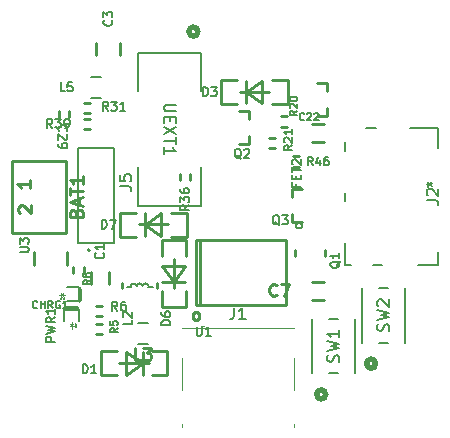
<source format=gbr>
G04 #@! TF.GenerationSoftware,KiCad,Pcbnew,7.0.7*
G04 #@! TF.CreationDate,2024-10-23T00:01:57-07:00*
G04 #@! TF.ProjectId,ESP_POE_1.4b,4553505f-504f-4455-9f31-2e34622e6b69,K*
G04 #@! TF.SameCoordinates,Original*
G04 #@! TF.FileFunction,Legend,Top*
G04 #@! TF.FilePolarity,Positive*
%FSLAX46Y46*%
G04 Gerber Fmt 4.6, Leading zero omitted, Abs format (unit mm)*
G04 Created by KiCad (PCBNEW 7.0.7) date 2024-10-23 00:01:57*
%MOMM*%
%LPD*%
G01*
G04 APERTURE LIST*
%ADD10C,0.190500*%
%ADD11C,0.158750*%
%ADD12C,0.254000*%
%ADD13C,0.177800*%
%ADD14C,0.200000*%
%ADD15C,0.150000*%
%ADD16C,0.127000*%
%ADD17C,0.050000*%
%ADD18C,0.100000*%
%ADD19C,0.152400*%
%ADD20C,0.508000*%
%ADD21C,0.120000*%
G04 APERTURE END LIST*
D10*
X75920600Y-135216609D02*
X75557743Y-135216609D01*
X75557743Y-135216609D02*
X75557743Y-134454609D01*
X76537457Y-134454609D02*
X76174600Y-134454609D01*
X76174600Y-134454609D02*
X76138314Y-134817466D01*
X76138314Y-134817466D02*
X76174600Y-134781181D01*
X76174600Y-134781181D02*
X76247172Y-134744895D01*
X76247172Y-134744895D02*
X76428600Y-134744895D01*
X76428600Y-134744895D02*
X76501172Y-134781181D01*
X76501172Y-134781181D02*
X76537457Y-134817466D01*
X76537457Y-134817466D02*
X76573743Y-134890038D01*
X76573743Y-134890038D02*
X76573743Y-135071466D01*
X76573743Y-135071466D02*
X76537457Y-135144038D01*
X76537457Y-135144038D02*
X76501172Y-135180324D01*
X76501172Y-135180324D02*
X76428600Y-135216609D01*
X76428600Y-135216609D02*
X76247172Y-135216609D01*
X76247172Y-135216609D02*
X76174600Y-135180324D01*
X76174600Y-135180324D02*
X76138314Y-135144038D01*
X74871943Y-138315409D02*
X74617943Y-137952552D01*
X74436514Y-138315409D02*
X74436514Y-137553409D01*
X74436514Y-137553409D02*
X74726800Y-137553409D01*
X74726800Y-137553409D02*
X74799371Y-137589695D01*
X74799371Y-137589695D02*
X74835657Y-137625981D01*
X74835657Y-137625981D02*
X74871943Y-137698552D01*
X74871943Y-137698552D02*
X74871943Y-137807409D01*
X74871943Y-137807409D02*
X74835657Y-137879981D01*
X74835657Y-137879981D02*
X74799371Y-137916266D01*
X74799371Y-137916266D02*
X74726800Y-137952552D01*
X74726800Y-137952552D02*
X74436514Y-137952552D01*
X75125943Y-137553409D02*
X75597657Y-137553409D01*
X75597657Y-137553409D02*
X75343657Y-137843695D01*
X75343657Y-137843695D02*
X75452514Y-137843695D01*
X75452514Y-137843695D02*
X75525086Y-137879981D01*
X75525086Y-137879981D02*
X75561371Y-137916266D01*
X75561371Y-137916266D02*
X75597657Y-137988838D01*
X75597657Y-137988838D02*
X75597657Y-138170266D01*
X75597657Y-138170266D02*
X75561371Y-138242838D01*
X75561371Y-138242838D02*
X75525086Y-138279124D01*
X75525086Y-138279124D02*
X75452514Y-138315409D01*
X75452514Y-138315409D02*
X75234800Y-138315409D01*
X75234800Y-138315409D02*
X75162228Y-138279124D01*
X75162228Y-138279124D02*
X75125943Y-138242838D01*
X75960514Y-138315409D02*
X76105657Y-138315409D01*
X76105657Y-138315409D02*
X76178228Y-138279124D01*
X76178228Y-138279124D02*
X76214514Y-138242838D01*
X76214514Y-138242838D02*
X76287085Y-138133981D01*
X76287085Y-138133981D02*
X76323371Y-137988838D01*
X76323371Y-137988838D02*
X76323371Y-137698552D01*
X76323371Y-137698552D02*
X76287085Y-137625981D01*
X76287085Y-137625981D02*
X76250800Y-137589695D01*
X76250800Y-137589695D02*
X76178228Y-137553409D01*
X76178228Y-137553409D02*
X76033085Y-137553409D01*
X76033085Y-137553409D02*
X75960514Y-137589695D01*
X75960514Y-137589695D02*
X75924228Y-137625981D01*
X75924228Y-137625981D02*
X75887942Y-137698552D01*
X75887942Y-137698552D02*
X75887942Y-137879981D01*
X75887942Y-137879981D02*
X75924228Y-137952552D01*
X75924228Y-137952552D02*
X75960514Y-137988838D01*
X75960514Y-137988838D02*
X76033085Y-138025124D01*
X76033085Y-138025124D02*
X76178228Y-138025124D01*
X76178228Y-138025124D02*
X76250800Y-137988838D01*
X76250800Y-137988838D02*
X76287085Y-137952552D01*
X76287085Y-137952552D02*
X76323371Y-137879981D01*
X79162438Y-148894799D02*
X79198724Y-148931085D01*
X79198724Y-148931085D02*
X79235009Y-149039942D01*
X79235009Y-149039942D02*
X79235009Y-149112514D01*
X79235009Y-149112514D02*
X79198724Y-149221371D01*
X79198724Y-149221371D02*
X79126152Y-149293942D01*
X79126152Y-149293942D02*
X79053581Y-149330228D01*
X79053581Y-149330228D02*
X78908438Y-149366514D01*
X78908438Y-149366514D02*
X78799581Y-149366514D01*
X78799581Y-149366514D02*
X78654438Y-149330228D01*
X78654438Y-149330228D02*
X78581866Y-149293942D01*
X78581866Y-149293942D02*
X78509295Y-149221371D01*
X78509295Y-149221371D02*
X78473009Y-149112514D01*
X78473009Y-149112514D02*
X78473009Y-149039942D01*
X78473009Y-149039942D02*
X78509295Y-148931085D01*
X78509295Y-148931085D02*
X78545581Y-148894799D01*
X79235009Y-148169085D02*
X79235009Y-148604514D01*
X79235009Y-148386799D02*
X78473009Y-148386799D01*
X78473009Y-148386799D02*
X78581866Y-148459371D01*
X78581866Y-148459371D02*
X78654438Y-148531942D01*
X78654438Y-148531942D02*
X78690724Y-148604514D01*
X72097609Y-148840371D02*
X72714466Y-148840371D01*
X72714466Y-148840371D02*
X72787038Y-148804085D01*
X72787038Y-148804085D02*
X72823324Y-148767800D01*
X72823324Y-148767800D02*
X72859609Y-148695228D01*
X72859609Y-148695228D02*
X72859609Y-148550085D01*
X72859609Y-148550085D02*
X72823324Y-148477514D01*
X72823324Y-148477514D02*
X72787038Y-148441228D01*
X72787038Y-148441228D02*
X72714466Y-148404942D01*
X72714466Y-148404942D02*
X72097609Y-148404942D01*
X72097609Y-148114656D02*
X72097609Y-147642942D01*
X72097609Y-147642942D02*
X72387895Y-147896942D01*
X72387895Y-147896942D02*
X72387895Y-147788085D01*
X72387895Y-147788085D02*
X72424181Y-147715514D01*
X72424181Y-147715514D02*
X72460466Y-147679228D01*
X72460466Y-147679228D02*
X72533038Y-147642942D01*
X72533038Y-147642942D02*
X72714466Y-147642942D01*
X72714466Y-147642942D02*
X72787038Y-147679228D01*
X72787038Y-147679228D02*
X72823324Y-147715514D01*
X72823324Y-147715514D02*
X72859609Y-147788085D01*
X72859609Y-147788085D02*
X72859609Y-148005799D01*
X72859609Y-148005799D02*
X72823324Y-148078371D01*
X72823324Y-148078371D02*
X72787038Y-148114656D01*
X80365600Y-153784009D02*
X80111600Y-153421152D01*
X79930171Y-153784009D02*
X79930171Y-153022009D01*
X79930171Y-153022009D02*
X80220457Y-153022009D01*
X80220457Y-153022009D02*
X80293028Y-153058295D01*
X80293028Y-153058295D02*
X80329314Y-153094581D01*
X80329314Y-153094581D02*
X80365600Y-153167152D01*
X80365600Y-153167152D02*
X80365600Y-153276009D01*
X80365600Y-153276009D02*
X80329314Y-153348581D01*
X80329314Y-153348581D02*
X80293028Y-153384866D01*
X80293028Y-153384866D02*
X80220457Y-153421152D01*
X80220457Y-153421152D02*
X79930171Y-153421152D01*
X81018743Y-153022009D02*
X80873600Y-153022009D01*
X80873600Y-153022009D02*
X80801028Y-153058295D01*
X80801028Y-153058295D02*
X80764743Y-153094581D01*
X80764743Y-153094581D02*
X80692171Y-153203438D01*
X80692171Y-153203438D02*
X80655885Y-153348581D01*
X80655885Y-153348581D02*
X80655885Y-153638866D01*
X80655885Y-153638866D02*
X80692171Y-153711438D01*
X80692171Y-153711438D02*
X80728457Y-153747724D01*
X80728457Y-153747724D02*
X80801028Y-153784009D01*
X80801028Y-153784009D02*
X80946171Y-153784009D01*
X80946171Y-153784009D02*
X81018743Y-153747724D01*
X81018743Y-153747724D02*
X81055028Y-153711438D01*
X81055028Y-153711438D02*
X81091314Y-153638866D01*
X81091314Y-153638866D02*
X81091314Y-153457438D01*
X81091314Y-153457438D02*
X81055028Y-153384866D01*
X81055028Y-153384866D02*
X81018743Y-153348581D01*
X81018743Y-153348581D02*
X80946171Y-153312295D01*
X80946171Y-153312295D02*
X80801028Y-153312295D01*
X80801028Y-153312295D02*
X80728457Y-153348581D01*
X80728457Y-153348581D02*
X80692171Y-153384866D01*
X80692171Y-153384866D02*
X80655885Y-153457438D01*
D11*
X73589847Y-153539431D02*
X73559609Y-153569670D01*
X73559609Y-153569670D02*
X73468895Y-153599908D01*
X73468895Y-153599908D02*
X73408419Y-153599908D01*
X73408419Y-153599908D02*
X73317704Y-153569670D01*
X73317704Y-153569670D02*
X73257228Y-153509193D01*
X73257228Y-153509193D02*
X73226990Y-153448717D01*
X73226990Y-153448717D02*
X73196752Y-153327765D01*
X73196752Y-153327765D02*
X73196752Y-153237050D01*
X73196752Y-153237050D02*
X73226990Y-153116098D01*
X73226990Y-153116098D02*
X73257228Y-153055622D01*
X73257228Y-153055622D02*
X73317704Y-152995146D01*
X73317704Y-152995146D02*
X73408419Y-152964908D01*
X73408419Y-152964908D02*
X73468895Y-152964908D01*
X73468895Y-152964908D02*
X73559609Y-152995146D01*
X73559609Y-152995146D02*
X73589847Y-153025384D01*
X73861990Y-153599908D02*
X73861990Y-152964908D01*
X73861990Y-153267289D02*
X74224847Y-153267289D01*
X74224847Y-153599908D02*
X74224847Y-152964908D01*
X74890085Y-153599908D02*
X74678418Y-153297527D01*
X74527228Y-153599908D02*
X74527228Y-152964908D01*
X74527228Y-152964908D02*
X74769133Y-152964908D01*
X74769133Y-152964908D02*
X74829609Y-152995146D01*
X74829609Y-152995146D02*
X74859847Y-153025384D01*
X74859847Y-153025384D02*
X74890085Y-153085860D01*
X74890085Y-153085860D02*
X74890085Y-153176574D01*
X74890085Y-153176574D02*
X74859847Y-153237050D01*
X74859847Y-153237050D02*
X74829609Y-153267289D01*
X74829609Y-153267289D02*
X74769133Y-153297527D01*
X74769133Y-153297527D02*
X74527228Y-153297527D01*
X75494847Y-152995146D02*
X75434371Y-152964908D01*
X75434371Y-152964908D02*
X75343657Y-152964908D01*
X75343657Y-152964908D02*
X75252942Y-152995146D01*
X75252942Y-152995146D02*
X75192466Y-153055622D01*
X75192466Y-153055622D02*
X75162228Y-153116098D01*
X75162228Y-153116098D02*
X75131990Y-153237050D01*
X75131990Y-153237050D02*
X75131990Y-153327765D01*
X75131990Y-153327765D02*
X75162228Y-153448717D01*
X75162228Y-153448717D02*
X75192466Y-153509193D01*
X75192466Y-153509193D02*
X75252942Y-153569670D01*
X75252942Y-153569670D02*
X75343657Y-153599908D01*
X75343657Y-153599908D02*
X75404133Y-153599908D01*
X75404133Y-153599908D02*
X75494847Y-153569670D01*
X75494847Y-153569670D02*
X75525085Y-153539431D01*
X75525085Y-153539431D02*
X75525085Y-153327765D01*
X75525085Y-153327765D02*
X75404133Y-153327765D01*
X76129847Y-153599908D02*
X75766990Y-153599908D01*
X75948418Y-153599908D02*
X75948418Y-152964908D01*
X75948418Y-152964908D02*
X75887942Y-153055622D01*
X75887942Y-153055622D02*
X75827466Y-153116098D01*
X75827466Y-153116098D02*
X75766990Y-153146336D01*
D10*
X75069409Y-156420456D02*
X74307409Y-156420456D01*
X74307409Y-156420456D02*
X74307409Y-156130170D01*
X74307409Y-156130170D02*
X74343695Y-156057599D01*
X74343695Y-156057599D02*
X74379981Y-156021313D01*
X74379981Y-156021313D02*
X74452552Y-155985027D01*
X74452552Y-155985027D02*
X74561409Y-155985027D01*
X74561409Y-155985027D02*
X74633981Y-156021313D01*
X74633981Y-156021313D02*
X74670266Y-156057599D01*
X74670266Y-156057599D02*
X74706552Y-156130170D01*
X74706552Y-156130170D02*
X74706552Y-156420456D01*
X74307409Y-155731027D02*
X75069409Y-155549599D01*
X75069409Y-155549599D02*
X74525124Y-155404456D01*
X74525124Y-155404456D02*
X75069409Y-155259313D01*
X75069409Y-155259313D02*
X74307409Y-155077885D01*
X75069409Y-154352170D02*
X74706552Y-154606170D01*
X75069409Y-154787599D02*
X74307409Y-154787599D01*
X74307409Y-154787599D02*
X74307409Y-154497313D01*
X74307409Y-154497313D02*
X74343695Y-154424742D01*
X74343695Y-154424742D02*
X74379981Y-154388456D01*
X74379981Y-154388456D02*
X74452552Y-154352170D01*
X74452552Y-154352170D02*
X74561409Y-154352170D01*
X74561409Y-154352170D02*
X74633981Y-154388456D01*
X74633981Y-154388456D02*
X74670266Y-154424742D01*
X74670266Y-154424742D02*
X74706552Y-154497313D01*
X74706552Y-154497313D02*
X74706552Y-154787599D01*
X75069409Y-153626456D02*
X75069409Y-154061885D01*
X75069409Y-153844170D02*
X74307409Y-153844170D01*
X74307409Y-153844170D02*
X74416266Y-153916742D01*
X74416266Y-153916742D02*
X74488838Y-153989313D01*
X74488838Y-153989313D02*
X74525124Y-154061885D01*
D11*
X80397108Y-155261733D02*
X80094727Y-155473400D01*
X80397108Y-155624590D02*
X79762108Y-155624590D01*
X79762108Y-155624590D02*
X79762108Y-155382685D01*
X79762108Y-155382685D02*
X79792346Y-155322209D01*
X79792346Y-155322209D02*
X79822584Y-155291971D01*
X79822584Y-155291971D02*
X79883060Y-155261733D01*
X79883060Y-155261733D02*
X79973774Y-155261733D01*
X79973774Y-155261733D02*
X80034250Y-155291971D01*
X80034250Y-155291971D02*
X80064489Y-155322209D01*
X80064489Y-155322209D02*
X80094727Y-155382685D01*
X80094727Y-155382685D02*
X80094727Y-155624590D01*
X79762108Y-154687209D02*
X79762108Y-154989590D01*
X79762108Y-154989590D02*
X80064489Y-155019828D01*
X80064489Y-155019828D02*
X80034250Y-154989590D01*
X80034250Y-154989590D02*
X80004012Y-154929114D01*
X80004012Y-154929114D02*
X80004012Y-154777923D01*
X80004012Y-154777923D02*
X80034250Y-154717447D01*
X80034250Y-154717447D02*
X80064489Y-154687209D01*
X80064489Y-154687209D02*
X80124965Y-154656971D01*
X80124965Y-154656971D02*
X80276155Y-154656971D01*
X80276155Y-154656971D02*
X80336631Y-154687209D01*
X80336631Y-154687209D02*
X80366870Y-154717447D01*
X80366870Y-154717447D02*
X80397108Y-154777923D01*
X80397108Y-154777923D02*
X80397108Y-154929114D01*
X80397108Y-154929114D02*
X80366870Y-154989590D01*
X80366870Y-154989590D02*
X80336631Y-155019828D01*
D10*
X81571809Y-154558999D02*
X81571809Y-154921856D01*
X81571809Y-154921856D02*
X80809809Y-154921856D01*
X80882381Y-154341285D02*
X80846095Y-154304999D01*
X80846095Y-154304999D02*
X80809809Y-154232428D01*
X80809809Y-154232428D02*
X80809809Y-154050999D01*
X80809809Y-154050999D02*
X80846095Y-153978428D01*
X80846095Y-153978428D02*
X80882381Y-153942142D01*
X80882381Y-153942142D02*
X80954952Y-153905856D01*
X80954952Y-153905856D02*
X81027524Y-153905856D01*
X81027524Y-153905856D02*
X81136381Y-153942142D01*
X81136381Y-153942142D02*
X81571809Y-154377570D01*
X81571809Y-154377570D02*
X81571809Y-153905856D01*
D11*
X96187985Y-137613631D02*
X96157747Y-137643870D01*
X96157747Y-137643870D02*
X96067033Y-137674108D01*
X96067033Y-137674108D02*
X96006557Y-137674108D01*
X96006557Y-137674108D02*
X95915842Y-137643870D01*
X95915842Y-137643870D02*
X95855366Y-137583393D01*
X95855366Y-137583393D02*
X95825128Y-137522917D01*
X95825128Y-137522917D02*
X95794890Y-137401965D01*
X95794890Y-137401965D02*
X95794890Y-137311250D01*
X95794890Y-137311250D02*
X95825128Y-137190298D01*
X95825128Y-137190298D02*
X95855366Y-137129822D01*
X95855366Y-137129822D02*
X95915842Y-137069346D01*
X95915842Y-137069346D02*
X96006557Y-137039108D01*
X96006557Y-137039108D02*
X96067033Y-137039108D01*
X96067033Y-137039108D02*
X96157747Y-137069346D01*
X96157747Y-137069346D02*
X96187985Y-137099584D01*
X96429890Y-137099584D02*
X96460128Y-137069346D01*
X96460128Y-137069346D02*
X96520604Y-137039108D01*
X96520604Y-137039108D02*
X96671795Y-137039108D01*
X96671795Y-137039108D02*
X96732271Y-137069346D01*
X96732271Y-137069346D02*
X96762509Y-137099584D01*
X96762509Y-137099584D02*
X96792747Y-137160060D01*
X96792747Y-137160060D02*
X96792747Y-137220536D01*
X96792747Y-137220536D02*
X96762509Y-137311250D01*
X96762509Y-137311250D02*
X96399652Y-137674108D01*
X96399652Y-137674108D02*
X96792747Y-137674108D01*
X97034652Y-137099584D02*
X97064890Y-137069346D01*
X97064890Y-137069346D02*
X97125366Y-137039108D01*
X97125366Y-137039108D02*
X97276557Y-137039108D01*
X97276557Y-137039108D02*
X97337033Y-137069346D01*
X97337033Y-137069346D02*
X97367271Y-137099584D01*
X97367271Y-137099584D02*
X97397509Y-137160060D01*
X97397509Y-137160060D02*
X97397509Y-137220536D01*
X97397509Y-137220536D02*
X97367271Y-137311250D01*
X97367271Y-137311250D02*
X97004414Y-137674108D01*
X97004414Y-137674108D02*
X97397509Y-137674108D01*
D12*
X82329867Y-157987612D02*
X81846057Y-157987612D01*
X81846057Y-157987612D02*
X81846057Y-156971612D01*
X82571771Y-156971612D02*
X83200724Y-156971612D01*
X83200724Y-156971612D02*
X82862057Y-157358660D01*
X82862057Y-157358660D02*
X83007200Y-157358660D01*
X83007200Y-157358660D02*
X83103962Y-157407041D01*
X83103962Y-157407041D02*
X83152343Y-157455422D01*
X83152343Y-157455422D02*
X83200724Y-157552184D01*
X83200724Y-157552184D02*
X83200724Y-157794089D01*
X83200724Y-157794089D02*
X83152343Y-157890851D01*
X83152343Y-157890851D02*
X83103962Y-157939232D01*
X83103962Y-157939232D02*
X83007200Y-157987612D01*
X83007200Y-157987612D02*
X82716914Y-157987612D01*
X82716914Y-157987612D02*
X82620152Y-157939232D01*
X82620152Y-157939232D02*
X82571771Y-157890851D01*
X93861467Y-152455251D02*
X93813086Y-152503632D01*
X93813086Y-152503632D02*
X93667943Y-152552012D01*
X93667943Y-152552012D02*
X93571181Y-152552012D01*
X93571181Y-152552012D02*
X93426038Y-152503632D01*
X93426038Y-152503632D02*
X93329276Y-152406870D01*
X93329276Y-152406870D02*
X93280895Y-152310108D01*
X93280895Y-152310108D02*
X93232514Y-152116584D01*
X93232514Y-152116584D02*
X93232514Y-151971441D01*
X93232514Y-151971441D02*
X93280895Y-151777917D01*
X93280895Y-151777917D02*
X93329276Y-151681155D01*
X93329276Y-151681155D02*
X93426038Y-151584393D01*
X93426038Y-151584393D02*
X93571181Y-151536012D01*
X93571181Y-151536012D02*
X93667943Y-151536012D01*
X93667943Y-151536012D02*
X93813086Y-151584393D01*
X93813086Y-151584393D02*
X93861467Y-151632774D01*
X94200133Y-151536012D02*
X94877467Y-151536012D01*
X94877467Y-151536012D02*
X94442038Y-152552012D01*
D10*
X95513506Y-143037559D02*
X95513506Y-143291559D01*
X95912649Y-143291559D02*
X95150649Y-143291559D01*
X95150649Y-143291559D02*
X95150649Y-142928702D01*
X95513506Y-142638416D02*
X95513506Y-142384416D01*
X95912649Y-142275559D02*
X95912649Y-142638416D01*
X95912649Y-142638416D02*
X95150649Y-142638416D01*
X95150649Y-142638416D02*
X95150649Y-142275559D01*
X95150649Y-142057844D02*
X95150649Y-141622416D01*
X95912649Y-141840130D02*
X95150649Y-141840130D01*
X95223221Y-141404702D02*
X95186935Y-141368416D01*
X95186935Y-141368416D02*
X95150649Y-141295845D01*
X95150649Y-141295845D02*
X95150649Y-141114416D01*
X95150649Y-141114416D02*
X95186935Y-141041845D01*
X95186935Y-141041845D02*
X95223221Y-141005559D01*
X95223221Y-141005559D02*
X95295792Y-140969273D01*
X95295792Y-140969273D02*
X95368364Y-140969273D01*
X95368364Y-140969273D02*
X95477221Y-141005559D01*
X95477221Y-141005559D02*
X95912649Y-141440987D01*
X95912649Y-141440987D02*
X95912649Y-140969273D01*
D11*
X95586308Y-136882414D02*
X95283927Y-137094081D01*
X95586308Y-137245271D02*
X94951308Y-137245271D01*
X94951308Y-137245271D02*
X94951308Y-137003366D01*
X94951308Y-137003366D02*
X94981546Y-136942890D01*
X94981546Y-136942890D02*
X95011784Y-136912652D01*
X95011784Y-136912652D02*
X95072260Y-136882414D01*
X95072260Y-136882414D02*
X95162974Y-136882414D01*
X95162974Y-136882414D02*
X95223450Y-136912652D01*
X95223450Y-136912652D02*
X95253689Y-136942890D01*
X95253689Y-136942890D02*
X95283927Y-137003366D01*
X95283927Y-137003366D02*
X95283927Y-137245271D01*
X95011784Y-136640509D02*
X94981546Y-136610271D01*
X94981546Y-136610271D02*
X94951308Y-136549795D01*
X94951308Y-136549795D02*
X94951308Y-136398604D01*
X94951308Y-136398604D02*
X94981546Y-136338128D01*
X94981546Y-136338128D02*
X95011784Y-136307890D01*
X95011784Y-136307890D02*
X95072260Y-136277652D01*
X95072260Y-136277652D02*
X95132736Y-136277652D01*
X95132736Y-136277652D02*
X95223450Y-136307890D01*
X95223450Y-136307890D02*
X95586308Y-136670747D01*
X95586308Y-136670747D02*
X95586308Y-136277652D01*
X94951308Y-135884557D02*
X94951308Y-135824080D01*
X94951308Y-135824080D02*
X94981546Y-135763604D01*
X94981546Y-135763604D02*
X95011784Y-135733366D01*
X95011784Y-135733366D02*
X95072260Y-135703128D01*
X95072260Y-135703128D02*
X95193212Y-135672890D01*
X95193212Y-135672890D02*
X95344403Y-135672890D01*
X95344403Y-135672890D02*
X95465355Y-135703128D01*
X95465355Y-135703128D02*
X95525831Y-135733366D01*
X95525831Y-135733366D02*
X95556070Y-135763604D01*
X95556070Y-135763604D02*
X95586308Y-135824080D01*
X95586308Y-135824080D02*
X95586308Y-135884557D01*
X95586308Y-135884557D02*
X95556070Y-135945033D01*
X95556070Y-135945033D02*
X95525831Y-135975271D01*
X95525831Y-135975271D02*
X95465355Y-136005509D01*
X95465355Y-136005509D02*
X95344403Y-136035747D01*
X95344403Y-136035747D02*
X95193212Y-136035747D01*
X95193212Y-136035747D02*
X95072260Y-136005509D01*
X95072260Y-136005509D02*
X95011784Y-135975271D01*
X95011784Y-135975271D02*
X94981546Y-135945033D01*
X94981546Y-135945033D02*
X94951308Y-135884557D01*
D13*
X95188768Y-139801599D02*
X94850102Y-140038666D01*
X95188768Y-140207999D02*
X94477568Y-140207999D01*
X94477568Y-140207999D02*
X94477568Y-139937066D01*
X94477568Y-139937066D02*
X94511435Y-139869333D01*
X94511435Y-139869333D02*
X94545302Y-139835466D01*
X94545302Y-139835466D02*
X94613035Y-139801599D01*
X94613035Y-139801599D02*
X94714635Y-139801599D01*
X94714635Y-139801599D02*
X94782368Y-139835466D01*
X94782368Y-139835466D02*
X94816235Y-139869333D01*
X94816235Y-139869333D02*
X94850102Y-139937066D01*
X94850102Y-139937066D02*
X94850102Y-140207999D01*
X94545302Y-139530666D02*
X94511435Y-139496799D01*
X94511435Y-139496799D02*
X94477568Y-139429066D01*
X94477568Y-139429066D02*
X94477568Y-139259733D01*
X94477568Y-139259733D02*
X94511435Y-139191999D01*
X94511435Y-139191999D02*
X94545302Y-139158133D01*
X94545302Y-139158133D02*
X94613035Y-139124266D01*
X94613035Y-139124266D02*
X94680768Y-139124266D01*
X94680768Y-139124266D02*
X94782368Y-139158133D01*
X94782368Y-139158133D02*
X95188768Y-139564533D01*
X95188768Y-139564533D02*
X95188768Y-139124266D01*
X95188768Y-138446933D02*
X95188768Y-138853333D01*
X95188768Y-138650133D02*
X94477568Y-138650133D01*
X94477568Y-138650133D02*
X94579168Y-138717866D01*
X94579168Y-138717866D02*
X94646902Y-138785600D01*
X94646902Y-138785600D02*
X94680768Y-138853333D01*
D10*
X94085228Y-146566781D02*
X94012657Y-146530495D01*
X94012657Y-146530495D02*
X93940085Y-146457924D01*
X93940085Y-146457924D02*
X93831228Y-146349066D01*
X93831228Y-146349066D02*
X93758657Y-146312781D01*
X93758657Y-146312781D02*
X93686085Y-146312781D01*
X93722371Y-146494209D02*
X93649800Y-146457924D01*
X93649800Y-146457924D02*
X93577228Y-146385352D01*
X93577228Y-146385352D02*
X93540942Y-146240209D01*
X93540942Y-146240209D02*
X93540942Y-145986209D01*
X93540942Y-145986209D02*
X93577228Y-145841066D01*
X93577228Y-145841066D02*
X93649800Y-145768495D01*
X93649800Y-145768495D02*
X93722371Y-145732209D01*
X93722371Y-145732209D02*
X93867514Y-145732209D01*
X93867514Y-145732209D02*
X93940085Y-145768495D01*
X93940085Y-145768495D02*
X94012657Y-145841066D01*
X94012657Y-145841066D02*
X94048942Y-145986209D01*
X94048942Y-145986209D02*
X94048942Y-146240209D01*
X94048942Y-146240209D02*
X94012657Y-146385352D01*
X94012657Y-146385352D02*
X93940085Y-146457924D01*
X93940085Y-146457924D02*
X93867514Y-146494209D01*
X93867514Y-146494209D02*
X93722371Y-146494209D01*
X94302943Y-145732209D02*
X94774657Y-145732209D01*
X94774657Y-145732209D02*
X94520657Y-146022495D01*
X94520657Y-146022495D02*
X94629514Y-146022495D01*
X94629514Y-146022495D02*
X94702086Y-146058781D01*
X94702086Y-146058781D02*
X94738371Y-146095066D01*
X94738371Y-146095066D02*
X94774657Y-146167638D01*
X94774657Y-146167638D02*
X94774657Y-146349066D01*
X94774657Y-146349066D02*
X94738371Y-146421638D01*
X94738371Y-146421638D02*
X94702086Y-146457924D01*
X94702086Y-146457924D02*
X94629514Y-146494209D01*
X94629514Y-146494209D02*
X94411800Y-146494209D01*
X94411800Y-146494209D02*
X94339228Y-146457924D01*
X94339228Y-146457924D02*
X94302943Y-146421638D01*
X90844188Y-140917821D02*
X90771617Y-140881535D01*
X90771617Y-140881535D02*
X90699045Y-140808964D01*
X90699045Y-140808964D02*
X90590188Y-140700106D01*
X90590188Y-140700106D02*
X90517617Y-140663821D01*
X90517617Y-140663821D02*
X90445045Y-140663821D01*
X90481331Y-140845249D02*
X90408760Y-140808964D01*
X90408760Y-140808964D02*
X90336188Y-140736392D01*
X90336188Y-140736392D02*
X90299902Y-140591249D01*
X90299902Y-140591249D02*
X90299902Y-140337249D01*
X90299902Y-140337249D02*
X90336188Y-140192106D01*
X90336188Y-140192106D02*
X90408760Y-140119535D01*
X90408760Y-140119535D02*
X90481331Y-140083249D01*
X90481331Y-140083249D02*
X90626474Y-140083249D01*
X90626474Y-140083249D02*
X90699045Y-140119535D01*
X90699045Y-140119535D02*
X90771617Y-140192106D01*
X90771617Y-140192106D02*
X90807902Y-140337249D01*
X90807902Y-140337249D02*
X90807902Y-140591249D01*
X90807902Y-140591249D02*
X90771617Y-140736392D01*
X90771617Y-140736392D02*
X90699045Y-140808964D01*
X90699045Y-140808964D02*
X90626474Y-140845249D01*
X90626474Y-140845249D02*
X90481331Y-140845249D01*
X91098188Y-140155821D02*
X91134474Y-140119535D01*
X91134474Y-140119535D02*
X91207046Y-140083249D01*
X91207046Y-140083249D02*
X91388474Y-140083249D01*
X91388474Y-140083249D02*
X91461046Y-140119535D01*
X91461046Y-140119535D02*
X91497331Y-140155821D01*
X91497331Y-140155821D02*
X91533617Y-140228392D01*
X91533617Y-140228392D02*
X91533617Y-140300964D01*
X91533617Y-140300964D02*
X91497331Y-140409821D01*
X91497331Y-140409821D02*
X91061903Y-140845249D01*
X91061903Y-140845249D02*
X91533617Y-140845249D01*
X79570943Y-136867609D02*
X79316943Y-136504752D01*
X79135514Y-136867609D02*
X79135514Y-136105609D01*
X79135514Y-136105609D02*
X79425800Y-136105609D01*
X79425800Y-136105609D02*
X79498371Y-136141895D01*
X79498371Y-136141895D02*
X79534657Y-136178181D01*
X79534657Y-136178181D02*
X79570943Y-136250752D01*
X79570943Y-136250752D02*
X79570943Y-136359609D01*
X79570943Y-136359609D02*
X79534657Y-136432181D01*
X79534657Y-136432181D02*
X79498371Y-136468466D01*
X79498371Y-136468466D02*
X79425800Y-136504752D01*
X79425800Y-136504752D02*
X79135514Y-136504752D01*
X79824943Y-136105609D02*
X80296657Y-136105609D01*
X80296657Y-136105609D02*
X80042657Y-136395895D01*
X80042657Y-136395895D02*
X80151514Y-136395895D01*
X80151514Y-136395895D02*
X80224086Y-136432181D01*
X80224086Y-136432181D02*
X80260371Y-136468466D01*
X80260371Y-136468466D02*
X80296657Y-136541038D01*
X80296657Y-136541038D02*
X80296657Y-136722466D01*
X80296657Y-136722466D02*
X80260371Y-136795038D01*
X80260371Y-136795038D02*
X80224086Y-136831324D01*
X80224086Y-136831324D02*
X80151514Y-136867609D01*
X80151514Y-136867609D02*
X79933800Y-136867609D01*
X79933800Y-136867609D02*
X79861228Y-136831324D01*
X79861228Y-136831324D02*
X79824943Y-136795038D01*
X81022371Y-136867609D02*
X80586942Y-136867609D01*
X80804657Y-136867609D02*
X80804657Y-136105609D01*
X80804657Y-136105609D02*
X80732085Y-136214466D01*
X80732085Y-136214466D02*
X80659514Y-136287038D01*
X80659514Y-136287038D02*
X80586942Y-136323324D01*
X86448609Y-144863456D02*
X86085752Y-145117456D01*
X86448609Y-145298885D02*
X85686609Y-145298885D01*
X85686609Y-145298885D02*
X85686609Y-145008599D01*
X85686609Y-145008599D02*
X85722895Y-144936028D01*
X85722895Y-144936028D02*
X85759181Y-144899742D01*
X85759181Y-144899742D02*
X85831752Y-144863456D01*
X85831752Y-144863456D02*
X85940609Y-144863456D01*
X85940609Y-144863456D02*
X86013181Y-144899742D01*
X86013181Y-144899742D02*
X86049466Y-144936028D01*
X86049466Y-144936028D02*
X86085752Y-145008599D01*
X86085752Y-145008599D02*
X86085752Y-145298885D01*
X85686609Y-144609456D02*
X85686609Y-144137742D01*
X85686609Y-144137742D02*
X85976895Y-144391742D01*
X85976895Y-144391742D02*
X85976895Y-144282885D01*
X85976895Y-144282885D02*
X86013181Y-144210314D01*
X86013181Y-144210314D02*
X86049466Y-144174028D01*
X86049466Y-144174028D02*
X86122038Y-144137742D01*
X86122038Y-144137742D02*
X86303466Y-144137742D01*
X86303466Y-144137742D02*
X86376038Y-144174028D01*
X86376038Y-144174028D02*
X86412324Y-144210314D01*
X86412324Y-144210314D02*
X86448609Y-144282885D01*
X86448609Y-144282885D02*
X86448609Y-144500599D01*
X86448609Y-144500599D02*
X86412324Y-144573171D01*
X86412324Y-144573171D02*
X86376038Y-144609456D01*
X85686609Y-143484600D02*
X85686609Y-143629742D01*
X85686609Y-143629742D02*
X85722895Y-143702314D01*
X85722895Y-143702314D02*
X85759181Y-143738600D01*
X85759181Y-143738600D02*
X85868038Y-143811171D01*
X85868038Y-143811171D02*
X86013181Y-143847457D01*
X86013181Y-143847457D02*
X86303466Y-143847457D01*
X86303466Y-143847457D02*
X86376038Y-143811171D01*
X86376038Y-143811171D02*
X86412324Y-143774885D01*
X86412324Y-143774885D02*
X86448609Y-143702314D01*
X86448609Y-143702314D02*
X86448609Y-143557171D01*
X86448609Y-143557171D02*
X86412324Y-143484600D01*
X86412324Y-143484600D02*
X86376038Y-143448314D01*
X86376038Y-143448314D02*
X86303466Y-143412028D01*
X86303466Y-143412028D02*
X86122038Y-143412028D01*
X86122038Y-143412028D02*
X86049466Y-143448314D01*
X86049466Y-143448314D02*
X86013181Y-143484600D01*
X86013181Y-143484600D02*
X85976895Y-143557171D01*
X85976895Y-143557171D02*
X85976895Y-143702314D01*
X85976895Y-143702314D02*
X86013181Y-143774885D01*
X86013181Y-143774885D02*
X86049466Y-143811171D01*
X86049466Y-143811171D02*
X86122038Y-143847457D01*
D13*
X96901000Y-141492968D02*
X96663933Y-141154302D01*
X96494600Y-141492968D02*
X96494600Y-140781768D01*
X96494600Y-140781768D02*
X96765533Y-140781768D01*
X96765533Y-140781768D02*
X96833267Y-140815635D01*
X96833267Y-140815635D02*
X96867133Y-140849502D01*
X96867133Y-140849502D02*
X96901000Y-140917235D01*
X96901000Y-140917235D02*
X96901000Y-141018835D01*
X96901000Y-141018835D02*
X96867133Y-141086568D01*
X96867133Y-141086568D02*
X96833267Y-141120435D01*
X96833267Y-141120435D02*
X96765533Y-141154302D01*
X96765533Y-141154302D02*
X96494600Y-141154302D01*
X97510600Y-141018835D02*
X97510600Y-141492968D01*
X97341267Y-140747902D02*
X97171933Y-141255902D01*
X97171933Y-141255902D02*
X97612200Y-141255902D01*
X98187933Y-140781768D02*
X98052466Y-140781768D01*
X98052466Y-140781768D02*
X97984733Y-140815635D01*
X97984733Y-140815635D02*
X97950866Y-140849502D01*
X97950866Y-140849502D02*
X97883133Y-140951102D01*
X97883133Y-140951102D02*
X97849266Y-141086568D01*
X97849266Y-141086568D02*
X97849266Y-141357502D01*
X97849266Y-141357502D02*
X97883133Y-141425235D01*
X97883133Y-141425235D02*
X97917000Y-141459102D01*
X97917000Y-141459102D02*
X97984733Y-141492968D01*
X97984733Y-141492968D02*
X98120200Y-141492968D01*
X98120200Y-141492968D02*
X98187933Y-141459102D01*
X98187933Y-141459102D02*
X98221800Y-141425235D01*
X98221800Y-141425235D02*
X98255666Y-141357502D01*
X98255666Y-141357502D02*
X98255666Y-141188168D01*
X98255666Y-141188168D02*
X98221800Y-141120435D01*
X98221800Y-141120435D02*
X98187933Y-141086568D01*
X98187933Y-141086568D02*
X98120200Y-141052702D01*
X98120200Y-141052702D02*
X97984733Y-141052702D01*
X97984733Y-141052702D02*
X97917000Y-141086568D01*
X97917000Y-141086568D02*
X97883133Y-141120435D01*
X97883133Y-141120435D02*
X97849266Y-141188168D01*
D10*
X87074828Y-155168309D02*
X87074828Y-155785166D01*
X87074828Y-155785166D02*
X87111114Y-155857738D01*
X87111114Y-155857738D02*
X87147400Y-155894024D01*
X87147400Y-155894024D02*
X87219971Y-155930309D01*
X87219971Y-155930309D02*
X87365114Y-155930309D01*
X87365114Y-155930309D02*
X87437685Y-155894024D01*
X87437685Y-155894024D02*
X87473971Y-155857738D01*
X87473971Y-155857738D02*
X87510257Y-155785166D01*
X87510257Y-155785166D02*
X87510257Y-155168309D01*
X88272257Y-155930309D02*
X87836828Y-155930309D01*
X88054543Y-155930309D02*
X88054543Y-155168309D01*
X88054543Y-155168309D02*
X87981971Y-155277166D01*
X87981971Y-155277166D02*
X87909400Y-155349738D01*
X87909400Y-155349738D02*
X87836828Y-155386024D01*
D12*
X86947828Y-154584012D02*
X86851066Y-154535632D01*
X86851066Y-154535632D02*
X86802685Y-154487251D01*
X86802685Y-154487251D02*
X86754304Y-154390489D01*
X86754304Y-154390489D02*
X86754304Y-154100203D01*
X86754304Y-154100203D02*
X86802685Y-154003441D01*
X86802685Y-154003441D02*
X86851066Y-153955060D01*
X86851066Y-153955060D02*
X86947828Y-153906679D01*
X86947828Y-153906679D02*
X87092971Y-153906679D01*
X87092971Y-153906679D02*
X87189733Y-153955060D01*
X87189733Y-153955060D02*
X87238114Y-154003441D01*
X87238114Y-154003441D02*
X87286495Y-154100203D01*
X87286495Y-154100203D02*
X87286495Y-154390489D01*
X87286495Y-154390489D02*
X87238114Y-154487251D01*
X87238114Y-154487251D02*
X87189733Y-154535632D01*
X87189733Y-154535632D02*
X87092971Y-154584012D01*
X87092971Y-154584012D02*
X86947828Y-154584012D01*
D10*
X99233781Y-149597371D02*
X99197495Y-149669942D01*
X99197495Y-149669942D02*
X99124924Y-149742514D01*
X99124924Y-149742514D02*
X99016066Y-149851371D01*
X99016066Y-149851371D02*
X98979781Y-149923942D01*
X98979781Y-149923942D02*
X98979781Y-149996514D01*
X99161209Y-149960228D02*
X99124924Y-150032800D01*
X99124924Y-150032800D02*
X99052352Y-150105371D01*
X99052352Y-150105371D02*
X98907209Y-150141657D01*
X98907209Y-150141657D02*
X98653209Y-150141657D01*
X98653209Y-150141657D02*
X98508066Y-150105371D01*
X98508066Y-150105371D02*
X98435495Y-150032800D01*
X98435495Y-150032800D02*
X98399209Y-149960228D01*
X98399209Y-149960228D02*
X98399209Y-149815085D01*
X98399209Y-149815085D02*
X98435495Y-149742514D01*
X98435495Y-149742514D02*
X98508066Y-149669942D01*
X98508066Y-149669942D02*
X98653209Y-149633657D01*
X98653209Y-149633657D02*
X98907209Y-149633657D01*
X98907209Y-149633657D02*
X99052352Y-149669942D01*
X99052352Y-149669942D02*
X99124924Y-149742514D01*
X99124924Y-149742514D02*
X99161209Y-149815085D01*
X99161209Y-149815085D02*
X99161209Y-149960228D01*
X99161209Y-148907942D02*
X99161209Y-149343371D01*
X99161209Y-149125656D02*
X98399209Y-149125656D01*
X98399209Y-149125656D02*
X98508066Y-149198228D01*
X98508066Y-149198228D02*
X98580638Y-149270799D01*
X98580638Y-149270799D02*
X98616924Y-149343371D01*
D14*
X96003295Y-146660943D02*
X95965200Y-146737133D01*
X95965200Y-146737133D02*
X95927104Y-146775228D01*
X95927104Y-146775228D02*
X95850914Y-146813324D01*
X95850914Y-146813324D02*
X95622342Y-146813324D01*
X95622342Y-146813324D02*
X95546152Y-146775228D01*
X95546152Y-146775228D02*
X95508057Y-146737133D01*
X95508057Y-146737133D02*
X95469961Y-146660943D01*
X95469961Y-146660943D02*
X95469961Y-146546657D01*
X95469961Y-146546657D02*
X95508057Y-146470466D01*
X95508057Y-146470466D02*
X95546152Y-146432371D01*
X95546152Y-146432371D02*
X95622342Y-146394276D01*
X95622342Y-146394276D02*
X95850914Y-146394276D01*
X95850914Y-146394276D02*
X95927104Y-146432371D01*
X95927104Y-146432371D02*
X95965200Y-146470466D01*
X95965200Y-146470466D02*
X96003295Y-146546657D01*
X96003295Y-146546657D02*
X96003295Y-146660943D01*
D10*
X84848409Y-155014828D02*
X84086409Y-155014828D01*
X84086409Y-155014828D02*
X84086409Y-154833399D01*
X84086409Y-154833399D02*
X84122695Y-154724542D01*
X84122695Y-154724542D02*
X84195266Y-154651971D01*
X84195266Y-154651971D02*
X84267838Y-154615685D01*
X84267838Y-154615685D02*
X84412981Y-154579399D01*
X84412981Y-154579399D02*
X84521838Y-154579399D01*
X84521838Y-154579399D02*
X84666981Y-154615685D01*
X84666981Y-154615685D02*
X84739552Y-154651971D01*
X84739552Y-154651971D02*
X84812124Y-154724542D01*
X84812124Y-154724542D02*
X84848409Y-154833399D01*
X84848409Y-154833399D02*
X84848409Y-155014828D01*
X84086409Y-153926257D02*
X84086409Y-154071399D01*
X84086409Y-154071399D02*
X84122695Y-154143971D01*
X84122695Y-154143971D02*
X84158981Y-154180257D01*
X84158981Y-154180257D02*
X84267838Y-154252828D01*
X84267838Y-154252828D02*
X84412981Y-154289114D01*
X84412981Y-154289114D02*
X84703266Y-154289114D01*
X84703266Y-154289114D02*
X84775838Y-154252828D01*
X84775838Y-154252828D02*
X84812124Y-154216542D01*
X84812124Y-154216542D02*
X84848409Y-154143971D01*
X84848409Y-154143971D02*
X84848409Y-153998828D01*
X84848409Y-153998828D02*
X84812124Y-153926257D01*
X84812124Y-153926257D02*
X84775838Y-153889971D01*
X84775838Y-153889971D02*
X84703266Y-153853685D01*
X84703266Y-153853685D02*
X84521838Y-153853685D01*
X84521838Y-153853685D02*
X84449266Y-153889971D01*
X84449266Y-153889971D02*
X84412981Y-153926257D01*
X84412981Y-153926257D02*
X84376695Y-153998828D01*
X84376695Y-153998828D02*
X84376695Y-154143971D01*
X84376695Y-154143971D02*
X84412981Y-154216542D01*
X84412981Y-154216542D02*
X84449266Y-154252828D01*
X84449266Y-154252828D02*
X84521838Y-154289114D01*
X79041171Y-146849809D02*
X79041171Y-146087809D01*
X79041171Y-146087809D02*
X79222600Y-146087809D01*
X79222600Y-146087809D02*
X79331457Y-146124095D01*
X79331457Y-146124095D02*
X79404028Y-146196666D01*
X79404028Y-146196666D02*
X79440314Y-146269238D01*
X79440314Y-146269238D02*
X79476600Y-146414381D01*
X79476600Y-146414381D02*
X79476600Y-146523238D01*
X79476600Y-146523238D02*
X79440314Y-146668381D01*
X79440314Y-146668381D02*
X79404028Y-146740952D01*
X79404028Y-146740952D02*
X79331457Y-146813524D01*
X79331457Y-146813524D02*
X79222600Y-146849809D01*
X79222600Y-146849809D02*
X79041171Y-146849809D01*
X79730600Y-146087809D02*
X80238600Y-146087809D01*
X80238600Y-146087809D02*
X79912028Y-146849809D01*
X87605971Y-135623009D02*
X87605971Y-134861009D01*
X87605971Y-134861009D02*
X87787400Y-134861009D01*
X87787400Y-134861009D02*
X87896257Y-134897295D01*
X87896257Y-134897295D02*
X87968828Y-134969866D01*
X87968828Y-134969866D02*
X88005114Y-135042438D01*
X88005114Y-135042438D02*
X88041400Y-135187581D01*
X88041400Y-135187581D02*
X88041400Y-135296438D01*
X88041400Y-135296438D02*
X88005114Y-135441581D01*
X88005114Y-135441581D02*
X87968828Y-135514152D01*
X87968828Y-135514152D02*
X87896257Y-135586724D01*
X87896257Y-135586724D02*
X87787400Y-135623009D01*
X87787400Y-135623009D02*
X87605971Y-135623009D01*
X88295400Y-134861009D02*
X88767114Y-134861009D01*
X88767114Y-134861009D02*
X88513114Y-135151295D01*
X88513114Y-135151295D02*
X88621971Y-135151295D01*
X88621971Y-135151295D02*
X88694543Y-135187581D01*
X88694543Y-135187581D02*
X88730828Y-135223866D01*
X88730828Y-135223866D02*
X88767114Y-135296438D01*
X88767114Y-135296438D02*
X88767114Y-135477866D01*
X88767114Y-135477866D02*
X88730828Y-135550438D01*
X88730828Y-135550438D02*
X88694543Y-135586724D01*
X88694543Y-135586724D02*
X88621971Y-135623009D01*
X88621971Y-135623009D02*
X88404257Y-135623009D01*
X88404257Y-135623009D02*
X88331685Y-135586724D01*
X88331685Y-135586724D02*
X88295400Y-135550438D01*
X77415571Y-159092609D02*
X77415571Y-158330609D01*
X77415571Y-158330609D02*
X77597000Y-158330609D01*
X77597000Y-158330609D02*
X77705857Y-158366895D01*
X77705857Y-158366895D02*
X77778428Y-158439466D01*
X77778428Y-158439466D02*
X77814714Y-158512038D01*
X77814714Y-158512038D02*
X77851000Y-158657181D01*
X77851000Y-158657181D02*
X77851000Y-158766038D01*
X77851000Y-158766038D02*
X77814714Y-158911181D01*
X77814714Y-158911181D02*
X77778428Y-158983752D01*
X77778428Y-158983752D02*
X77705857Y-159056324D01*
X77705857Y-159056324D02*
X77597000Y-159092609D01*
X77597000Y-159092609D02*
X77415571Y-159092609D01*
X78576714Y-159092609D02*
X78141285Y-159092609D01*
X78359000Y-159092609D02*
X78359000Y-158330609D01*
X78359000Y-158330609D02*
X78286428Y-158439466D01*
X78286428Y-158439466D02*
X78213857Y-158512038D01*
X78213857Y-158512038D02*
X78141285Y-158548324D01*
X79873638Y-129209799D02*
X79909924Y-129246085D01*
X79909924Y-129246085D02*
X79946209Y-129354942D01*
X79946209Y-129354942D02*
X79946209Y-129427514D01*
X79946209Y-129427514D02*
X79909924Y-129536371D01*
X79909924Y-129536371D02*
X79837352Y-129608942D01*
X79837352Y-129608942D02*
X79764781Y-129645228D01*
X79764781Y-129645228D02*
X79619638Y-129681514D01*
X79619638Y-129681514D02*
X79510781Y-129681514D01*
X79510781Y-129681514D02*
X79365638Y-129645228D01*
X79365638Y-129645228D02*
X79293066Y-129608942D01*
X79293066Y-129608942D02*
X79220495Y-129536371D01*
X79220495Y-129536371D02*
X79184209Y-129427514D01*
X79184209Y-129427514D02*
X79184209Y-129354942D01*
X79184209Y-129354942D02*
X79220495Y-129246085D01*
X79220495Y-129246085D02*
X79256781Y-129209799D01*
X79184209Y-128955799D02*
X79184209Y-128484085D01*
X79184209Y-128484085D02*
X79474495Y-128738085D01*
X79474495Y-128738085D02*
X79474495Y-128629228D01*
X79474495Y-128629228D02*
X79510781Y-128556657D01*
X79510781Y-128556657D02*
X79547066Y-128520371D01*
X79547066Y-128520371D02*
X79619638Y-128484085D01*
X79619638Y-128484085D02*
X79801066Y-128484085D01*
X79801066Y-128484085D02*
X79873638Y-128520371D01*
X79873638Y-128520371D02*
X79909924Y-128556657D01*
X79909924Y-128556657D02*
X79946209Y-128629228D01*
X79946209Y-128629228D02*
X79946209Y-128846942D01*
X79946209Y-128846942D02*
X79909924Y-128919514D01*
X79909924Y-128919514D02*
X79873638Y-128955799D01*
D15*
X85324031Y-136345871D02*
X84514508Y-136345871D01*
X84514508Y-136345871D02*
X84419270Y-136393490D01*
X84419270Y-136393490D02*
X84371651Y-136441109D01*
X84371651Y-136441109D02*
X84324031Y-136536347D01*
X84324031Y-136536347D02*
X84324031Y-136726823D01*
X84324031Y-136726823D02*
X84371651Y-136822061D01*
X84371651Y-136822061D02*
X84419270Y-136869680D01*
X84419270Y-136869680D02*
X84514508Y-136917299D01*
X84514508Y-136917299D02*
X85324031Y-136917299D01*
X84847841Y-137393490D02*
X84847841Y-137726823D01*
X84324031Y-137869680D02*
X84324031Y-137393490D01*
X84324031Y-137393490D02*
X85324031Y-137393490D01*
X85324031Y-137393490D02*
X85324031Y-137869680D01*
X85324031Y-138203014D02*
X84324031Y-138869680D01*
X85324031Y-138869680D02*
X84324031Y-138203014D01*
X85324031Y-139107776D02*
X85324031Y-139679204D01*
X84324031Y-139393490D02*
X85324031Y-139393490D01*
X84324031Y-140536347D02*
X84324031Y-139964919D01*
X84324031Y-140250633D02*
X85324031Y-140250633D01*
X85324031Y-140250633D02*
X85181174Y-140155395D01*
X85181174Y-140155395D02*
X85085936Y-140060157D01*
X85085936Y-140060157D02*
X85038317Y-139964919D01*
D11*
X78111108Y-151185033D02*
X77808727Y-151396700D01*
X78111108Y-151547890D02*
X77476108Y-151547890D01*
X77476108Y-151547890D02*
X77476108Y-151305985D01*
X77476108Y-151305985D02*
X77506346Y-151245509D01*
X77506346Y-151245509D02*
X77536584Y-151215271D01*
X77536584Y-151215271D02*
X77597060Y-151185033D01*
X77597060Y-151185033D02*
X77687774Y-151185033D01*
X77687774Y-151185033D02*
X77748250Y-151215271D01*
X77748250Y-151215271D02*
X77778489Y-151245509D01*
X77778489Y-151245509D02*
X77808727Y-151305985D01*
X77808727Y-151305985D02*
X77808727Y-151547890D01*
X77748250Y-150822176D02*
X77718012Y-150882652D01*
X77718012Y-150882652D02*
X77687774Y-150912890D01*
X77687774Y-150912890D02*
X77627298Y-150943128D01*
X77627298Y-150943128D02*
X77597060Y-150943128D01*
X77597060Y-150943128D02*
X77536584Y-150912890D01*
X77536584Y-150912890D02*
X77506346Y-150882652D01*
X77506346Y-150882652D02*
X77476108Y-150822176D01*
X77476108Y-150822176D02*
X77476108Y-150701223D01*
X77476108Y-150701223D02*
X77506346Y-150640747D01*
X77506346Y-150640747D02*
X77536584Y-150610509D01*
X77536584Y-150610509D02*
X77597060Y-150580271D01*
X77597060Y-150580271D02*
X77627298Y-150580271D01*
X77627298Y-150580271D02*
X77687774Y-150610509D01*
X77687774Y-150610509D02*
X77718012Y-150640747D01*
X77718012Y-150640747D02*
X77748250Y-150701223D01*
X77748250Y-150701223D02*
X77748250Y-150822176D01*
X77748250Y-150822176D02*
X77778489Y-150882652D01*
X77778489Y-150882652D02*
X77808727Y-150912890D01*
X77808727Y-150912890D02*
X77869203Y-150943128D01*
X77869203Y-150943128D02*
X77990155Y-150943128D01*
X77990155Y-150943128D02*
X78050631Y-150912890D01*
X78050631Y-150912890D02*
X78080870Y-150882652D01*
X78080870Y-150882652D02*
X78111108Y-150822176D01*
X78111108Y-150822176D02*
X78111108Y-150701223D01*
X78111108Y-150701223D02*
X78080870Y-150640747D01*
X78080870Y-150640747D02*
X78050631Y-150610509D01*
X78050631Y-150610509D02*
X77990155Y-150580271D01*
X77990155Y-150580271D02*
X77869203Y-150580271D01*
X77869203Y-150580271D02*
X77808727Y-150610509D01*
X77808727Y-150610509D02*
X77778489Y-150640747D01*
X77778489Y-150640747D02*
X77748250Y-150701223D01*
D10*
X75447361Y-138575143D02*
X75411076Y-138538857D01*
X75411076Y-138538857D02*
X75374790Y-138430000D01*
X75374790Y-138430000D02*
X75374790Y-138357428D01*
X75374790Y-138357428D02*
X75411076Y-138248571D01*
X75411076Y-138248571D02*
X75483647Y-138176000D01*
X75483647Y-138176000D02*
X75556218Y-138139714D01*
X75556218Y-138139714D02*
X75701361Y-138103428D01*
X75701361Y-138103428D02*
X75810218Y-138103428D01*
X75810218Y-138103428D02*
X75955361Y-138139714D01*
X75955361Y-138139714D02*
X76027933Y-138176000D01*
X76027933Y-138176000D02*
X76100504Y-138248571D01*
X76100504Y-138248571D02*
X76136790Y-138357428D01*
X76136790Y-138357428D02*
X76136790Y-138430000D01*
X76136790Y-138430000D02*
X76100504Y-138538857D01*
X76100504Y-138538857D02*
X76064218Y-138575143D01*
X76064218Y-138865428D02*
X76100504Y-138901714D01*
X76100504Y-138901714D02*
X76136790Y-138974286D01*
X76136790Y-138974286D02*
X76136790Y-139155714D01*
X76136790Y-139155714D02*
X76100504Y-139228286D01*
X76100504Y-139228286D02*
X76064218Y-139264571D01*
X76064218Y-139264571D02*
X75991647Y-139300857D01*
X75991647Y-139300857D02*
X75919076Y-139300857D01*
X75919076Y-139300857D02*
X75810218Y-139264571D01*
X75810218Y-139264571D02*
X75374790Y-138829143D01*
X75374790Y-138829143D02*
X75374790Y-139300857D01*
X75374790Y-139663714D02*
X75374790Y-139808857D01*
X75374790Y-139808857D02*
X75411076Y-139881428D01*
X75411076Y-139881428D02*
X75447361Y-139917714D01*
X75447361Y-139917714D02*
X75556218Y-139990285D01*
X75556218Y-139990285D02*
X75701361Y-140026571D01*
X75701361Y-140026571D02*
X75991647Y-140026571D01*
X75991647Y-140026571D02*
X76064218Y-139990285D01*
X76064218Y-139990285D02*
X76100504Y-139954000D01*
X76100504Y-139954000D02*
X76136790Y-139881428D01*
X76136790Y-139881428D02*
X76136790Y-139736285D01*
X76136790Y-139736285D02*
X76100504Y-139663714D01*
X76100504Y-139663714D02*
X76064218Y-139627428D01*
X76064218Y-139627428D02*
X75991647Y-139591142D01*
X75991647Y-139591142D02*
X75810218Y-139591142D01*
X75810218Y-139591142D02*
X75737647Y-139627428D01*
X75737647Y-139627428D02*
X75701361Y-139663714D01*
X75701361Y-139663714D02*
X75665076Y-139736285D01*
X75665076Y-139736285D02*
X75665076Y-139881428D01*
X75665076Y-139881428D02*
X75701361Y-139954000D01*
X75701361Y-139954000D02*
X75737647Y-139990285D01*
X75737647Y-139990285D02*
X75810218Y-140026571D01*
D12*
X76856622Y-145512463D02*
X76909003Y-145355320D01*
X76909003Y-145355320D02*
X76961384Y-145302939D01*
X76961384Y-145302939D02*
X77066146Y-145250558D01*
X77066146Y-145250558D02*
X77223289Y-145250558D01*
X77223289Y-145250558D02*
X77328051Y-145302939D01*
X77328051Y-145302939D02*
X77380432Y-145355320D01*
X77380432Y-145355320D02*
X77432812Y-145460082D01*
X77432812Y-145460082D02*
X77432812Y-145879130D01*
X77432812Y-145879130D02*
X76332812Y-145879130D01*
X76332812Y-145879130D02*
X76332812Y-145512463D01*
X76332812Y-145512463D02*
X76385193Y-145407701D01*
X76385193Y-145407701D02*
X76437574Y-145355320D01*
X76437574Y-145355320D02*
X76542336Y-145302939D01*
X76542336Y-145302939D02*
X76647098Y-145302939D01*
X76647098Y-145302939D02*
X76751860Y-145355320D01*
X76751860Y-145355320D02*
X76804241Y-145407701D01*
X76804241Y-145407701D02*
X76856622Y-145512463D01*
X76856622Y-145512463D02*
X76856622Y-145879130D01*
X77118527Y-144831511D02*
X77118527Y-144307701D01*
X77432812Y-144936273D02*
X76332812Y-144569606D01*
X76332812Y-144569606D02*
X77432812Y-144202939D01*
X76332812Y-143993416D02*
X76332812Y-143364844D01*
X77432812Y-143679130D02*
X76332812Y-143679130D01*
X77432812Y-142421987D02*
X77432812Y-143050559D01*
X77432812Y-142736273D02*
X76332812Y-142736273D01*
X76332812Y-142736273D02*
X76489955Y-142841035D01*
X76489955Y-142841035D02*
X76594717Y-142945797D01*
X76594717Y-142945797D02*
X76647098Y-143050559D01*
X72987272Y-142738513D02*
X72987272Y-143367085D01*
X72987272Y-143052799D02*
X71887272Y-143052799D01*
X71887272Y-143052799D02*
X72044415Y-143157561D01*
X72044415Y-143157561D02*
X72149177Y-143262323D01*
X72149177Y-143262323D02*
X72201558Y-143367085D01*
X72093634Y-145500685D02*
X72041253Y-145448304D01*
X72041253Y-145448304D02*
X71988872Y-145343542D01*
X71988872Y-145343542D02*
X71988872Y-145081637D01*
X71988872Y-145081637D02*
X72041253Y-144976875D01*
X72041253Y-144976875D02*
X72093634Y-144924494D01*
X72093634Y-144924494D02*
X72198396Y-144872113D01*
X72198396Y-144872113D02*
X72303158Y-144872113D01*
X72303158Y-144872113D02*
X72460301Y-144924494D01*
X72460301Y-144924494D02*
X73088872Y-145553066D01*
X73088872Y-145553066D02*
X73088872Y-144872113D01*
D15*
X103328000Y-155511332D02*
X103375619Y-155368475D01*
X103375619Y-155368475D02*
X103375619Y-155130380D01*
X103375619Y-155130380D02*
X103328000Y-155035142D01*
X103328000Y-155035142D02*
X103280380Y-154987523D01*
X103280380Y-154987523D02*
X103185142Y-154939904D01*
X103185142Y-154939904D02*
X103089904Y-154939904D01*
X103089904Y-154939904D02*
X102994666Y-154987523D01*
X102994666Y-154987523D02*
X102947047Y-155035142D01*
X102947047Y-155035142D02*
X102899428Y-155130380D01*
X102899428Y-155130380D02*
X102851809Y-155320856D01*
X102851809Y-155320856D02*
X102804190Y-155416094D01*
X102804190Y-155416094D02*
X102756571Y-155463713D01*
X102756571Y-155463713D02*
X102661333Y-155511332D01*
X102661333Y-155511332D02*
X102566095Y-155511332D01*
X102566095Y-155511332D02*
X102470857Y-155463713D01*
X102470857Y-155463713D02*
X102423238Y-155416094D01*
X102423238Y-155416094D02*
X102375619Y-155320856D01*
X102375619Y-155320856D02*
X102375619Y-155082761D01*
X102375619Y-155082761D02*
X102423238Y-154939904D01*
X102375619Y-154606570D02*
X103375619Y-154368475D01*
X103375619Y-154368475D02*
X102661333Y-154177999D01*
X102661333Y-154177999D02*
X103375619Y-153987523D01*
X103375619Y-153987523D02*
X102375619Y-153749428D01*
X102470857Y-153416094D02*
X102423238Y-153368475D01*
X102423238Y-153368475D02*
X102375619Y-153273237D01*
X102375619Y-153273237D02*
X102375619Y-153035142D01*
X102375619Y-153035142D02*
X102423238Y-152939904D01*
X102423238Y-152939904D02*
X102470857Y-152892285D01*
X102470857Y-152892285D02*
X102566095Y-152844666D01*
X102566095Y-152844666D02*
X102661333Y-152844666D01*
X102661333Y-152844666D02*
X102804190Y-152892285D01*
X102804190Y-152892285D02*
X103375619Y-153463713D01*
X103375619Y-153463713D02*
X103375619Y-152844666D01*
X90243066Y-153534219D02*
X90243066Y-154248504D01*
X90243066Y-154248504D02*
X90195447Y-154391361D01*
X90195447Y-154391361D02*
X90100209Y-154486600D01*
X90100209Y-154486600D02*
X89957352Y-154534219D01*
X89957352Y-154534219D02*
X89862114Y-154534219D01*
X91243066Y-154534219D02*
X90671638Y-154534219D01*
X90957352Y-154534219D02*
X90957352Y-153534219D01*
X90957352Y-153534219D02*
X90862114Y-153677076D01*
X90862114Y-153677076D02*
X90766876Y-153772314D01*
X90766876Y-153772314D02*
X90671638Y-153819933D01*
X99103401Y-158116933D02*
X99151020Y-157974076D01*
X99151020Y-157974076D02*
X99151020Y-157735981D01*
X99151020Y-157735981D02*
X99103401Y-157640743D01*
X99103401Y-157640743D02*
X99055781Y-157593124D01*
X99055781Y-157593124D02*
X98960543Y-157545505D01*
X98960543Y-157545505D02*
X98865305Y-157545505D01*
X98865305Y-157545505D02*
X98770067Y-157593124D01*
X98770067Y-157593124D02*
X98722448Y-157640743D01*
X98722448Y-157640743D02*
X98674829Y-157735981D01*
X98674829Y-157735981D02*
X98627210Y-157926457D01*
X98627210Y-157926457D02*
X98579591Y-158021695D01*
X98579591Y-158021695D02*
X98531972Y-158069314D01*
X98531972Y-158069314D02*
X98436734Y-158116933D01*
X98436734Y-158116933D02*
X98341496Y-158116933D01*
X98341496Y-158116933D02*
X98246258Y-158069314D01*
X98246258Y-158069314D02*
X98198639Y-158021695D01*
X98198639Y-158021695D02*
X98151020Y-157926457D01*
X98151020Y-157926457D02*
X98151020Y-157688362D01*
X98151020Y-157688362D02*
X98198639Y-157545505D01*
X98151020Y-157212171D02*
X99151020Y-156974076D01*
X99151020Y-156974076D02*
X98436734Y-156783600D01*
X98436734Y-156783600D02*
X99151020Y-156593124D01*
X99151020Y-156593124D02*
X98151020Y-156355029D01*
X99151020Y-155450267D02*
X99151020Y-156021695D01*
X99151020Y-155735981D02*
X98151020Y-155735981D01*
X98151020Y-155735981D02*
X98293877Y-155831219D01*
X98293877Y-155831219D02*
X98389115Y-155926457D01*
X98389115Y-155926457D02*
X98436734Y-156021695D01*
X80557019Y-143261733D02*
X81271304Y-143261733D01*
X81271304Y-143261733D02*
X81414161Y-143309352D01*
X81414161Y-143309352D02*
X81509400Y-143404590D01*
X81509400Y-143404590D02*
X81557019Y-143547447D01*
X81557019Y-143547447D02*
X81557019Y-143642685D01*
X80557019Y-142309352D02*
X80557019Y-142785542D01*
X80557019Y-142785542D02*
X81033209Y-142833161D01*
X81033209Y-142833161D02*
X80985590Y-142785542D01*
X80985590Y-142785542D02*
X80937971Y-142690304D01*
X80937971Y-142690304D02*
X80937971Y-142452209D01*
X80937971Y-142452209D02*
X80985590Y-142356971D01*
X80985590Y-142356971D02*
X81033209Y-142309352D01*
X81033209Y-142309352D02*
X81128447Y-142261733D01*
X81128447Y-142261733D02*
X81366542Y-142261733D01*
X81366542Y-142261733D02*
X81461780Y-142309352D01*
X81461780Y-142309352D02*
X81509400Y-142356971D01*
X81509400Y-142356971D02*
X81557019Y-142452209D01*
X81557019Y-142452209D02*
X81557019Y-142690304D01*
X81557019Y-142690304D02*
X81509400Y-142785542D01*
X81509400Y-142785542D02*
X81461780Y-142833161D01*
X106541219Y-144448933D02*
X107255504Y-144448933D01*
X107255504Y-144448933D02*
X107398361Y-144496552D01*
X107398361Y-144496552D02*
X107493600Y-144591790D01*
X107493600Y-144591790D02*
X107541219Y-144734647D01*
X107541219Y-144734647D02*
X107541219Y-144829885D01*
X106636457Y-144020361D02*
X106588838Y-143972742D01*
X106588838Y-143972742D02*
X106541219Y-143877504D01*
X106541219Y-143877504D02*
X106541219Y-143639409D01*
X106541219Y-143639409D02*
X106588838Y-143544171D01*
X106588838Y-143544171D02*
X106636457Y-143496552D01*
X106636457Y-143496552D02*
X106731695Y-143448933D01*
X106731695Y-143448933D02*
X106826933Y-143448933D01*
X106826933Y-143448933D02*
X106969790Y-143496552D01*
X106969790Y-143496552D02*
X107541219Y-144067980D01*
X107541219Y-144067980D02*
X107541219Y-143448933D01*
X106541219Y-143105598D02*
X106779314Y-143105598D01*
X106684076Y-143343693D02*
X106779314Y-143105598D01*
X106779314Y-143105598D02*
X106684076Y-142867503D01*
X106969790Y-143248455D02*
X106779314Y-143105598D01*
X106779314Y-143105598D02*
X106969790Y-142962741D01*
X106541219Y-143105598D02*
X106779314Y-143105598D01*
X106684076Y-143343693D02*
X106779314Y-143105598D01*
X106779314Y-143105598D02*
X106684076Y-142867503D01*
X106969790Y-143248455D02*
X106779314Y-143105598D01*
X106779314Y-143105598D02*
X106969790Y-142962741D01*
D16*
X78155800Y-133985000D02*
X78994000Y-133985000D01*
X78155800Y-135763000D02*
X78994000Y-135763000D01*
D12*
X77774800Y-137528300D02*
X77520800Y-137528300D01*
X77774800Y-137528300D02*
X78028800Y-137528300D01*
X77774800Y-138417300D02*
X77520800Y-138417300D01*
X77774800Y-138417300D02*
X78028800Y-138417300D01*
X78130400Y-151561800D02*
X78130400Y-150545800D01*
X79654400Y-151561800D02*
X79654400Y-150545800D01*
X73279000Y-149961600D02*
X73279000Y-148831300D01*
X76085700Y-149961600D02*
X76085700Y-148831300D01*
X78841600Y-154266900D02*
X79095600Y-154266900D01*
X78841600Y-154266900D02*
X78587600Y-154266900D01*
X78841600Y-153377900D02*
X79095600Y-153377900D01*
X78841600Y-153377900D02*
X78587600Y-153377900D01*
X77241400Y-151980900D02*
X77241400Y-152806400D01*
X77089000Y-152946100D02*
X77228700Y-152819100D01*
X77089000Y-151853900D02*
X77241400Y-151980900D01*
D16*
X77076300Y-153009600D02*
X76060300Y-153009600D01*
D12*
X77076300Y-152908000D02*
X77076300Y-151866600D01*
D16*
X76060300Y-151790400D02*
X77076300Y-151790400D01*
D17*
X75857100Y-152671000D02*
X75727100Y-152781000D01*
D18*
X75779300Y-152315400D02*
X75779300Y-152535400D01*
D17*
X75725500Y-152780000D02*
X75805500Y-152770000D01*
X75725500Y-152780000D02*
X75725500Y-152700000D01*
X75650100Y-152650000D02*
X75520100Y-152760000D01*
D18*
X75589300Y-152535400D02*
X75689300Y-152435400D01*
X75589300Y-152315400D02*
X75699300Y-152415400D01*
X75589300Y-152315400D02*
X75589300Y-152535400D01*
D17*
X75510100Y-152780000D02*
X75590100Y-152770000D01*
X75510100Y-152780000D02*
X75510100Y-152700000D01*
D18*
X75419300Y-152425400D02*
X75939300Y-152425400D01*
D12*
X76060300Y-153479500D02*
X76885800Y-153479500D01*
X77025500Y-153631900D02*
X76898500Y-153492200D01*
X75933300Y-153631900D02*
X76060300Y-153479500D01*
D16*
X77089000Y-153644600D02*
X77089000Y-154660600D01*
D12*
X76987400Y-153644600D02*
X75946000Y-153644600D01*
D16*
X75869800Y-154660600D02*
X75869800Y-153644600D01*
D17*
X76750400Y-154863800D02*
X76860400Y-154993800D01*
D18*
X76394800Y-154941600D02*
X76614800Y-154941600D01*
D17*
X76859400Y-154995400D02*
X76849400Y-154915400D01*
X76859400Y-154995400D02*
X76779400Y-154995400D01*
X76729400Y-155070800D02*
X76839400Y-155200800D01*
D18*
X76614800Y-155131600D02*
X76514800Y-155031600D01*
X76394800Y-155131600D02*
X76494800Y-155021600D01*
X76394800Y-155131600D02*
X76614800Y-155131600D01*
D17*
X76859400Y-155210800D02*
X76849400Y-155130800D01*
X76859400Y-155210800D02*
X76779400Y-155210800D01*
D18*
X76504800Y-155301600D02*
X76504800Y-154781600D01*
D12*
X78841600Y-154901900D02*
X78587600Y-154901900D01*
X78841600Y-154901900D02*
X79095600Y-154901900D01*
X78841600Y-155790900D02*
X78587600Y-155790900D01*
X78841600Y-155790900D02*
X79095600Y-155790900D01*
X80745200Y-151838000D02*
X80745200Y-151438000D01*
X83745200Y-151838000D02*
X83745200Y-151438000D01*
D14*
X81495200Y-151788000D02*
X81145200Y-151788000D01*
X82995200Y-151788000D02*
X83345200Y-151788000D01*
X81995200Y-151738000D02*
G75*
G03*
X81495200Y-151738000I-250000J0D01*
G01*
X82495200Y-151738000D02*
G75*
G03*
X81995200Y-151738000I-250000J0D01*
G01*
X82995200Y-151738000D02*
G75*
G03*
X82495200Y-151738000I-250000J0D01*
G01*
D12*
X96850200Y-138023600D02*
X97866200Y-138023600D01*
X96850200Y-139547600D02*
X97866200Y-139547600D01*
D16*
X82931000Y-156641800D02*
X82092800Y-156641800D01*
X82931000Y-154863800D02*
X82092800Y-154863800D01*
D12*
X96824800Y-151333200D02*
X97840800Y-151333200D01*
X96824800Y-152857200D02*
X97840800Y-152857200D01*
X98110040Y-137347960D02*
X98110040Y-136636760D01*
X98110040Y-135214360D02*
X98110040Y-134503160D01*
X97271840Y-137347960D02*
X98110040Y-137347960D01*
X97271840Y-134503160D02*
X98110040Y-134503160D01*
X94437200Y-138214100D02*
X94691200Y-138214100D01*
X94437200Y-138214100D02*
X94183200Y-138214100D01*
X94437200Y-137325100D02*
X94691200Y-137325100D01*
X94437200Y-137325100D02*
X94183200Y-137325100D01*
X93472000Y-140042900D02*
X93726000Y-140042900D01*
X93472000Y-140042900D02*
X93218000Y-140042900D01*
X93472000Y-139153900D02*
X93726000Y-139153900D01*
X93472000Y-139153900D02*
X93218000Y-139153900D01*
X95173800Y-143459200D02*
X95173800Y-144170400D01*
X95173800Y-145592800D02*
X95173800Y-146304000D01*
X96012000Y-143459200D02*
X95173800Y-143459200D01*
X96012000Y-146304000D02*
X95173800Y-146304000D01*
X91516200Y-139700000D02*
X91516200Y-138988800D01*
X91516200Y-137566400D02*
X91516200Y-136855200D01*
X90678000Y-139700000D02*
X91516200Y-139700000D01*
X90678000Y-136855200D02*
X91516200Y-136855200D01*
X77774800Y-136207500D02*
X77520800Y-136207500D01*
X77774800Y-136207500D02*
X78028800Y-136207500D01*
X77774800Y-137096500D02*
X77520800Y-137096500D01*
X77774800Y-137096500D02*
X78028800Y-137096500D01*
X85661500Y-142494000D02*
X85661500Y-142748000D01*
X85661500Y-142494000D02*
X85661500Y-142240000D01*
X86550500Y-142494000D02*
X86550500Y-142748000D01*
X86550500Y-142494000D02*
X86550500Y-142240000D01*
X95453200Y-141617700D02*
X95707200Y-141617700D01*
X95453200Y-141617700D02*
X95199200Y-141617700D01*
X95453200Y-140728700D02*
X95707200Y-140728700D01*
X95453200Y-140728700D02*
X95199200Y-140728700D01*
X87020400Y-153301700D02*
X87020400Y-147840700D01*
X87020400Y-153301700D02*
X94640400Y-153301700D01*
X87401400Y-147840700D02*
X87401400Y-153301700D01*
X94640400Y-147840700D02*
X87020400Y-147840700D01*
X94640400Y-147840700D02*
X94640400Y-153301700D01*
X97929600Y-149186800D02*
X97929600Y-148678800D01*
X95389600Y-149186800D02*
X95389600Y-148678800D01*
X84150200Y-153461800D02*
X86144100Y-153461800D01*
X84150200Y-153449100D02*
X84150200Y-152153700D01*
X86156800Y-153436400D02*
X86156800Y-152141000D01*
X85166200Y-151353600D02*
X84175600Y-149982000D01*
X86080600Y-151353600D02*
X84175600Y-151353600D01*
X86080600Y-149982000D02*
X85166200Y-151353600D01*
X86080600Y-149982000D02*
X84175600Y-149982000D01*
X85128100Y-149397800D02*
X85128100Y-151874300D01*
X84137500Y-147810300D02*
X84137500Y-149181900D01*
X84137500Y-147810300D02*
X86156800Y-147810300D01*
X86156800Y-147810300D02*
X86156800Y-149181900D01*
X80594200Y-145516600D02*
X80594200Y-147510500D01*
X80606900Y-145516600D02*
X81902300Y-145516600D01*
X80619600Y-147523200D02*
X81915000Y-147523200D01*
X82702400Y-146532600D02*
X84074000Y-145542000D01*
X82702400Y-147447000D02*
X82702400Y-145542000D01*
X84074000Y-147447000D02*
X82702400Y-146532600D01*
X84074000Y-147447000D02*
X84074000Y-145542000D01*
X84658200Y-146494500D02*
X82181700Y-146494500D01*
X86245700Y-145503900D02*
X84874100Y-145503900D01*
X86245700Y-145503900D02*
X86245700Y-147523200D01*
X86245700Y-147523200D02*
X84874100Y-147523200D01*
X89159000Y-134289800D02*
X89159000Y-136283700D01*
X89171700Y-134289800D02*
X90467100Y-134289800D01*
X89184400Y-136296400D02*
X90479800Y-136296400D01*
X91267200Y-135305800D02*
X92638800Y-134315200D01*
X91267200Y-136220200D02*
X91267200Y-134315200D01*
X92638800Y-136220200D02*
X91267200Y-135305800D01*
X92638800Y-136220200D02*
X92638800Y-134315200D01*
X93223000Y-135267700D02*
X90746500Y-135267700D01*
X94810500Y-134277100D02*
X93438900Y-134277100D01*
X94810500Y-134277100D02*
X94810500Y-136296400D01*
X94810500Y-136296400D02*
X93438900Y-136296400D01*
X84607400Y-159232600D02*
X84607400Y-157238700D01*
X84594700Y-159232600D02*
X83299300Y-159232600D01*
X84582000Y-157226000D02*
X83286600Y-157226000D01*
X82499200Y-158216600D02*
X81127600Y-159207200D01*
X82499200Y-157302200D02*
X82499200Y-159207200D01*
X81127600Y-157302200D02*
X82499200Y-158216600D01*
X81127600Y-157302200D02*
X81127600Y-159207200D01*
X80543400Y-158254700D02*
X83019900Y-158254700D01*
X78955900Y-159245300D02*
X80327500Y-159245300D01*
X78955900Y-159245300D02*
X78955900Y-157226000D01*
X78955900Y-157226000D02*
X80327500Y-157226000D01*
X78587600Y-132130800D02*
X78587600Y-131114800D01*
X80619600Y-132130800D02*
X80619600Y-131114800D01*
D19*
X87407751Y-131940300D02*
X82149951Y-131940300D01*
X82149951Y-131940300D02*
X82149951Y-135214360D01*
X87407751Y-135214360D02*
X87407751Y-131940300D01*
X82149951Y-141620240D02*
X82149951Y-144894300D01*
X87407751Y-144894300D02*
X87407751Y-141620240D01*
X82149951Y-144894300D02*
X87407751Y-144894300D01*
D20*
X87179851Y-130162300D02*
G75*
G03*
X87179851Y-130162300I-381000J0D01*
G01*
D12*
X76619100Y-150317200D02*
X76619100Y-150571200D01*
X76619100Y-150317200D02*
X76619100Y-150063200D01*
X77508100Y-150317200D02*
X77508100Y-150571200D01*
X77508100Y-150317200D02*
X77508100Y-150063200D01*
X75399900Y-137160000D02*
X75399900Y-137414000D01*
X75399900Y-137160000D02*
X75399900Y-136906000D01*
X76288900Y-137160000D02*
X76288900Y-137414000D01*
X76288900Y-137160000D02*
X76288900Y-136906000D01*
X71463440Y-141146530D02*
X71463440Y-147194270D01*
X75979560Y-141159230D02*
X71486300Y-141159230D01*
X75979560Y-147194270D02*
X75979560Y-141159230D01*
X71463440Y-147194270D02*
X75979560Y-147194270D01*
D19*
X102534141Y-156502100D02*
X103307459Y-156502100D01*
X104749600Y-156502100D02*
X104749600Y-151853900D01*
X101092000Y-151853900D02*
X101092000Y-156502100D01*
X103307459Y-151853900D02*
X102534141Y-151853900D01*
D20*
X102226800Y-158280100D02*
G75*
G03*
X102226800Y-158280100I-381000J0D01*
G01*
D21*
X85826400Y-155269400D02*
X95326400Y-155269400D01*
X85826400Y-157769400D02*
X85826400Y-160469400D01*
X85826400Y-163629400D02*
X85826400Y-163419400D01*
X87451400Y-155119400D02*
X87676400Y-155119400D01*
X95326400Y-160519400D02*
X95326400Y-157794400D01*
X95326400Y-163619400D02*
X95326400Y-163394400D01*
D19*
X98309542Y-159107701D02*
X99082860Y-159107701D01*
X100525001Y-159107701D02*
X100525001Y-154459501D01*
X96867401Y-154459501D02*
X96867401Y-159107701D01*
X99082860Y-154459501D02*
X98309542Y-154459501D01*
D20*
X98002201Y-160885701D02*
G75*
G03*
X98002201Y-160885701I-381000J0D01*
G01*
D16*
X80062200Y-140003400D02*
X80062200Y-148083400D01*
X77062200Y-140003400D02*
X80062200Y-140003400D01*
X80062200Y-148083400D02*
X77062200Y-148083400D01*
X77062200Y-148083400D02*
X77062200Y-140003400D01*
D14*
X78027200Y-148678400D02*
G75*
G03*
X78027200Y-148678400I-100000J0D01*
G01*
D19*
X99644401Y-149894100D02*
X100166762Y-149894100D01*
X102026042Y-149894100D02*
X102754862Y-149894100D01*
X105807942Y-149894100D02*
X107493001Y-149894100D01*
X107493001Y-149894100D02*
X107493001Y-148852339D01*
X99644401Y-148053840D02*
X99644401Y-149894100D01*
X99644401Y-143988600D02*
X99644401Y-144242600D01*
X99644401Y-143863840D02*
X99644401Y-144467360D01*
X107493001Y-139978859D02*
X107493001Y-138337100D01*
X99644401Y-139482863D02*
X99644401Y-140277360D01*
X102257561Y-138337100D02*
X101456041Y-138337100D01*
X107493001Y-138337100D02*
X105113101Y-138337100D01*
M02*

</source>
